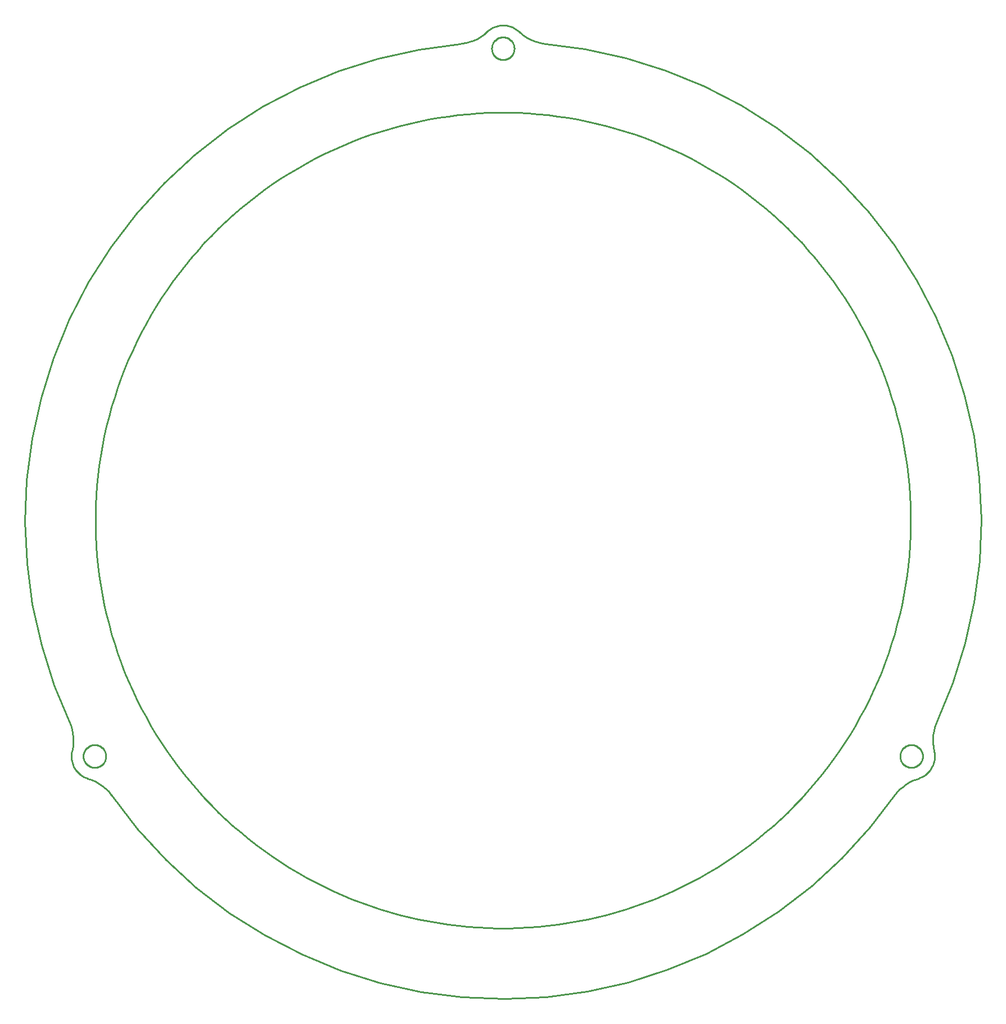
<source format=gbr>
G04 EAGLE Gerber RS-274X export*
G75*
%MOMM*%
%FSLAX34Y34*%
%LPD*%
%IN*%
%IPPOS*%
%AMOC8*
5,1,8,0,0,1.08239X$1,22.5*%
G01*
%ADD10C,0.254000*%


D10*
X-653291Y-302673D02*
X-651039Y-308350D01*
X-649290Y-314202D01*
X-648058Y-320184D01*
X-647352Y-326250D01*
X-647177Y-332355D01*
X-647535Y-338452D01*
X-648423Y-344495D01*
X-648975Y-347101D01*
X-649534Y-350102D01*
X-649829Y-353141D01*
X-649858Y-356195D01*
X-649621Y-359239D01*
X-649119Y-362250D01*
X-648357Y-365207D01*
X-647340Y-368086D01*
X-646076Y-370865D01*
X-644575Y-373524D01*
X-642847Y-376042D01*
X-640907Y-378399D01*
X-638769Y-380579D01*
X-636448Y-382563D01*
X-633964Y-384338D01*
X-631334Y-385890D01*
X-628580Y-387207D01*
X-625720Y-388278D01*
X-625086Y-388479D01*
X-619327Y-390513D01*
X-613767Y-393042D01*
X-608450Y-396045D01*
X-603414Y-399501D01*
X-598698Y-403383D01*
X-594339Y-407660D01*
X-590369Y-412302D01*
X-588768Y-414430D01*
X-550409Y-464168D01*
X-507862Y-510373D01*
X-461450Y-552694D01*
X-411525Y-590809D01*
X-358469Y-624427D01*
X-302684Y-653294D01*
X-244596Y-677189D01*
X-184646Y-695930D01*
X-123292Y-709375D01*
X-60998Y-717421D01*
X1759Y-720007D01*
X64503Y-717114D01*
X126757Y-708764D01*
X188045Y-695019D01*
X247902Y-675985D01*
X305873Y-651807D01*
X361516Y-622668D01*
X414407Y-588791D01*
X464145Y-550432D01*
X510350Y-507885D01*
X552671Y-461472D01*
X588768Y-414430D01*
X592558Y-409641D01*
X596752Y-405201D01*
X601316Y-401143D01*
X606217Y-397498D01*
X611417Y-394294D01*
X616876Y-391556D01*
X622553Y-389304D01*
X625086Y-388479D01*
X627964Y-387462D01*
X630744Y-386198D01*
X633402Y-384696D01*
X635920Y-382969D01*
X638278Y-381028D01*
X640457Y-378890D01*
X642442Y-376570D01*
X644217Y-374086D01*
X645769Y-371456D01*
X647085Y-368701D01*
X648157Y-365842D01*
X648975Y-362900D01*
X649534Y-359899D01*
X649829Y-356860D01*
X649858Y-353807D01*
X649621Y-350763D01*
X649119Y-347751D01*
X648975Y-347101D01*
X647858Y-341096D01*
X647268Y-335017D01*
X647210Y-328910D01*
X647685Y-322821D01*
X648689Y-316797D01*
X650214Y-310883D01*
X652248Y-305124D01*
X653291Y-302673D01*
X677186Y-244585D01*
X695927Y-184635D01*
X709372Y-123280D01*
X717418Y-60987D01*
X720004Y1771D01*
X717111Y64515D01*
X708761Y126768D01*
X695016Y188056D01*
X675982Y247914D01*
X651804Y305885D01*
X622665Y361527D01*
X588788Y414419D01*
X550429Y464156D01*
X507882Y510361D01*
X461469Y552683D01*
X411545Y590797D01*
X358489Y624416D01*
X302704Y653283D01*
X244616Y677177D01*
X184666Y695919D01*
X123311Y709363D01*
X64523Y717103D01*
X58481Y717991D01*
X52538Y719403D01*
X46742Y721326D01*
X41135Y723748D01*
X35761Y726649D01*
X30659Y730008D01*
X25870Y733799D01*
X23890Y735579D01*
X21569Y737564D01*
X19085Y739339D01*
X16455Y740891D01*
X13701Y742207D01*
X10841Y743279D01*
X7900Y744097D01*
X4898Y744656D01*
X1859Y744951D01*
X-1194Y744980D01*
X-4238Y744743D01*
X-7250Y744241D01*
X-10207Y743479D01*
X-13085Y742462D01*
X-15865Y741198D01*
X-18523Y739697D01*
X-21041Y737969D01*
X-23399Y736029D01*
X-23890Y735579D01*
X-28531Y731609D01*
X-33500Y728059D01*
X-38761Y724955D01*
X-44271Y722322D01*
X-49990Y720179D01*
X-55875Y718543D01*
X-61879Y717425D01*
X-64523Y717103D01*
X-126776Y708752D01*
X-188065Y695008D01*
X-247922Y675974D01*
X-305893Y651796D01*
X-361536Y622657D01*
X-414427Y588779D01*
X-464165Y550421D01*
X-510370Y507873D01*
X-552691Y461461D01*
X-590806Y411537D01*
X-624424Y358480D01*
X-653291Y302696D01*
X-677186Y244607D01*
X-695927Y184658D01*
X-709372Y123303D01*
X-717418Y61010D01*
X-720004Y-1748D01*
X-717111Y-64492D01*
X-708761Y-126745D01*
X-695016Y-188034D01*
X-675982Y-247891D01*
X-653291Y-302673D01*
X613636Y-7531D02*
X613636Y7531D01*
X613267Y22588D01*
X612528Y37631D01*
X611420Y52652D01*
X609943Y67641D01*
X608100Y82590D01*
X605890Y97488D01*
X603315Y112328D01*
X600376Y127101D01*
X597076Y141796D01*
X593417Y156407D01*
X589400Y170923D01*
X585027Y185336D01*
X580303Y199637D01*
X575229Y213819D01*
X569808Y227871D01*
X564044Y241786D01*
X557941Y255556D01*
X551501Y269171D01*
X544729Y282625D01*
X537629Y295908D01*
X530205Y309013D01*
X522462Y321932D01*
X514404Y334656D01*
X506036Y347180D01*
X497364Y359494D01*
X488391Y371592D01*
X479125Y383465D01*
X469570Y395108D01*
X459732Y406513D01*
X449617Y417673D01*
X439232Y428581D01*
X428581Y439232D01*
X417673Y449617D01*
X406513Y459732D01*
X395108Y469570D01*
X383465Y479125D01*
X371592Y488391D01*
X359494Y497364D01*
X347180Y506036D01*
X334656Y514404D01*
X321932Y522462D01*
X309013Y530205D01*
X295908Y537629D01*
X282625Y544729D01*
X269171Y551501D01*
X255556Y557941D01*
X241786Y564044D01*
X227871Y569808D01*
X213819Y575229D01*
X199637Y580303D01*
X185336Y585027D01*
X170923Y589400D01*
X156407Y593417D01*
X141796Y597076D01*
X127101Y600376D01*
X112328Y603315D01*
X97488Y605890D01*
X82590Y608100D01*
X67641Y609943D01*
X52652Y611420D01*
X37631Y612528D01*
X22588Y613267D01*
X7531Y613636D01*
X-7531Y613636D01*
X-22588Y613267D01*
X-37631Y612528D01*
X-52652Y611420D01*
X-67641Y609943D01*
X-82590Y608100D01*
X-97488Y605890D01*
X-112328Y603315D01*
X-127101Y600376D01*
X-141796Y597076D01*
X-156407Y593417D01*
X-170923Y589400D01*
X-185336Y585027D01*
X-199637Y580303D01*
X-213819Y575229D01*
X-227871Y569808D01*
X-241786Y564044D01*
X-255556Y557941D01*
X-269171Y551501D01*
X-282625Y544729D01*
X-295908Y537629D01*
X-309013Y530205D01*
X-321932Y522462D01*
X-334656Y514404D01*
X-347180Y506036D01*
X-359494Y497364D01*
X-371592Y488391D01*
X-383465Y479125D01*
X-395108Y469570D01*
X-406513Y459732D01*
X-417673Y449617D01*
X-428581Y439232D01*
X-439232Y428581D01*
X-449617Y417673D01*
X-459732Y406513D01*
X-469570Y395108D01*
X-479125Y383465D01*
X-488391Y371592D01*
X-497364Y359494D01*
X-506036Y347180D01*
X-514404Y334656D01*
X-522462Y321932D01*
X-530205Y309013D01*
X-537629Y295908D01*
X-544729Y282625D01*
X-551501Y269171D01*
X-557941Y255556D01*
X-564044Y241786D01*
X-569808Y227871D01*
X-575229Y213819D01*
X-580303Y199637D01*
X-585027Y185336D01*
X-589400Y170923D01*
X-593417Y156407D01*
X-597076Y141796D01*
X-600376Y127101D01*
X-603315Y112328D01*
X-605890Y97488D01*
X-608100Y82590D01*
X-609943Y67641D01*
X-611420Y52652D01*
X-612528Y37631D01*
X-613267Y22588D01*
X-613636Y7531D01*
X-613636Y-7531D01*
X-613267Y-22588D01*
X-612528Y-37631D01*
X-611420Y-52652D01*
X-609943Y-67641D01*
X-608100Y-82590D01*
X-605890Y-97488D01*
X-603315Y-112328D01*
X-600376Y-127101D01*
X-597076Y-141796D01*
X-593417Y-156407D01*
X-589400Y-170923D01*
X-585027Y-185336D01*
X-580303Y-199637D01*
X-575229Y-213819D01*
X-569808Y-227871D01*
X-564044Y-241786D01*
X-557941Y-255556D01*
X-551501Y-269171D01*
X-544729Y-282625D01*
X-537629Y-295908D01*
X-530205Y-309013D01*
X-522462Y-321932D01*
X-514404Y-334656D01*
X-506036Y-347180D01*
X-497364Y-359494D01*
X-488391Y-371592D01*
X-479125Y-383465D01*
X-469570Y-395108D01*
X-459732Y-406513D01*
X-449617Y-417673D01*
X-439232Y-428581D01*
X-428581Y-439232D01*
X-417673Y-449617D01*
X-406513Y-459732D01*
X-395108Y-469570D01*
X-383465Y-479125D01*
X-371592Y-488391D01*
X-359494Y-497364D01*
X-347180Y-506036D01*
X-334656Y-514404D01*
X-321932Y-522462D01*
X-309013Y-530205D01*
X-295908Y-537629D01*
X-282625Y-544729D01*
X-269171Y-551501D01*
X-255556Y-557941D01*
X-241786Y-564044D01*
X-227871Y-569808D01*
X-213819Y-575229D01*
X-199637Y-580303D01*
X-185336Y-585027D01*
X-170923Y-589400D01*
X-156407Y-593417D01*
X-141796Y-597076D01*
X-127101Y-600376D01*
X-112328Y-603315D01*
X-97488Y-605890D01*
X-82590Y-608100D01*
X-67641Y-609943D01*
X-52652Y-611420D01*
X-37631Y-612528D01*
X-22588Y-613267D01*
X-7531Y-613636D01*
X7531Y-613636D01*
X22588Y-613267D01*
X37631Y-612528D01*
X52652Y-611420D01*
X67641Y-609943D01*
X82590Y-608100D01*
X97488Y-605890D01*
X112328Y-603315D01*
X127101Y-600376D01*
X141796Y-597076D01*
X156407Y-593417D01*
X170923Y-589400D01*
X185336Y-585027D01*
X199637Y-580303D01*
X213819Y-575229D01*
X227871Y-569808D01*
X241786Y-564044D01*
X255556Y-557941D01*
X269171Y-551501D01*
X282625Y-544729D01*
X295908Y-537629D01*
X309013Y-530205D01*
X321932Y-522462D01*
X334656Y-514404D01*
X347180Y-506036D01*
X359494Y-497364D01*
X371592Y-488391D01*
X383465Y-479125D01*
X395108Y-469570D01*
X406513Y-459732D01*
X417673Y-449617D01*
X428581Y-439232D01*
X439232Y-428581D01*
X449617Y-417673D01*
X459732Y-406513D01*
X469570Y-395108D01*
X479125Y-383465D01*
X488391Y-371592D01*
X497364Y-359494D01*
X506036Y-347180D01*
X514404Y-334656D01*
X522462Y-321932D01*
X530205Y-309013D01*
X537629Y-295908D01*
X544729Y-282625D01*
X551501Y-269171D01*
X557941Y-255556D01*
X564044Y-241786D01*
X569808Y-227871D01*
X575229Y-213819D01*
X580303Y-199637D01*
X585027Y-185336D01*
X589400Y-170923D01*
X593417Y-156407D01*
X597076Y-141796D01*
X600376Y-127101D01*
X603315Y-112328D01*
X605890Y-97488D01*
X608100Y-82590D01*
X609943Y-67641D01*
X611420Y-52652D01*
X612528Y-37631D01*
X613267Y-22588D01*
X613636Y-7531D01*
X631878Y-355557D02*
X631878Y-354443D01*
X631805Y-353333D01*
X631660Y-352229D01*
X631443Y-351138D01*
X631155Y-350063D01*
X630797Y-349009D01*
X630371Y-347980D01*
X629879Y-346982D01*
X629322Y-346018D01*
X628704Y-345093D01*
X628026Y-344210D01*
X627292Y-343373D01*
X626505Y-342586D01*
X625668Y-341852D01*
X624785Y-341174D01*
X623860Y-340556D01*
X622896Y-339999D01*
X621898Y-339507D01*
X620869Y-339081D01*
X619815Y-338723D01*
X618740Y-338435D01*
X617649Y-338218D01*
X616545Y-338073D01*
X615435Y-338000D01*
X614321Y-338000D01*
X613211Y-338073D01*
X612107Y-338218D01*
X611016Y-338435D01*
X609941Y-338723D01*
X608887Y-339081D01*
X607858Y-339507D01*
X606860Y-339999D01*
X605896Y-340556D01*
X604971Y-341174D01*
X604088Y-341852D01*
X603251Y-342586D01*
X602464Y-343373D01*
X601730Y-344210D01*
X601052Y-345093D01*
X600434Y-346018D01*
X599877Y-346982D01*
X599385Y-347980D01*
X598959Y-349009D01*
X598601Y-350063D01*
X598313Y-351138D01*
X598096Y-352229D01*
X597951Y-353333D01*
X597878Y-354443D01*
X597878Y-355557D01*
X597951Y-356667D01*
X598096Y-357771D01*
X598313Y-358862D01*
X598601Y-359937D01*
X598959Y-360991D01*
X599385Y-362020D01*
X599877Y-363018D01*
X600434Y-363982D01*
X601052Y-364907D01*
X601730Y-365790D01*
X602464Y-366627D01*
X603251Y-367414D01*
X604088Y-368148D01*
X604971Y-368826D01*
X605896Y-369444D01*
X606860Y-370001D01*
X607858Y-370493D01*
X608887Y-370919D01*
X609941Y-371277D01*
X611016Y-371565D01*
X612107Y-371782D01*
X613211Y-371927D01*
X614321Y-372000D01*
X615435Y-372000D01*
X616545Y-371927D01*
X617649Y-371782D01*
X618740Y-371565D01*
X619815Y-371277D01*
X620869Y-370919D01*
X621898Y-370493D01*
X622896Y-370001D01*
X623860Y-369444D01*
X624785Y-368826D01*
X625668Y-368148D01*
X626505Y-367414D01*
X627292Y-366627D01*
X628026Y-365790D01*
X628704Y-364907D01*
X629322Y-363982D01*
X629879Y-363018D01*
X630371Y-362020D01*
X630797Y-360991D01*
X631155Y-359937D01*
X631443Y-358862D01*
X631660Y-357771D01*
X631805Y-356667D01*
X631878Y-355557D01*
X-597878Y-355557D02*
X-597878Y-354443D01*
X-597951Y-353333D01*
X-598096Y-352229D01*
X-598313Y-351138D01*
X-598601Y-350063D01*
X-598959Y-349009D01*
X-599385Y-347980D01*
X-599877Y-346982D01*
X-600434Y-346018D01*
X-601052Y-345093D01*
X-601730Y-344210D01*
X-602464Y-343373D01*
X-603251Y-342586D01*
X-604088Y-341852D01*
X-604971Y-341174D01*
X-605896Y-340556D01*
X-606860Y-339999D01*
X-607858Y-339507D01*
X-608887Y-339081D01*
X-609941Y-338723D01*
X-611016Y-338435D01*
X-612107Y-338218D01*
X-613211Y-338073D01*
X-614321Y-338000D01*
X-615435Y-338000D01*
X-616545Y-338073D01*
X-617649Y-338218D01*
X-618740Y-338435D01*
X-619815Y-338723D01*
X-620869Y-339081D01*
X-621898Y-339507D01*
X-622896Y-339999D01*
X-623860Y-340556D01*
X-624785Y-341174D01*
X-625668Y-341852D01*
X-626505Y-342586D01*
X-627292Y-343373D01*
X-628026Y-344210D01*
X-628704Y-345093D01*
X-629322Y-346018D01*
X-629879Y-346982D01*
X-630371Y-347980D01*
X-630797Y-349009D01*
X-631155Y-350063D01*
X-631443Y-351138D01*
X-631660Y-352229D01*
X-631805Y-353333D01*
X-631878Y-354443D01*
X-631878Y-355557D01*
X-631805Y-356667D01*
X-631660Y-357771D01*
X-631443Y-358862D01*
X-631155Y-359937D01*
X-630797Y-360991D01*
X-630371Y-362020D01*
X-629879Y-363018D01*
X-629322Y-363982D01*
X-628704Y-364907D01*
X-628026Y-365790D01*
X-627292Y-366627D01*
X-626505Y-367414D01*
X-625668Y-368148D01*
X-624785Y-368826D01*
X-623860Y-369444D01*
X-622896Y-370001D01*
X-621898Y-370493D01*
X-620869Y-370919D01*
X-619815Y-371277D01*
X-618740Y-371565D01*
X-617649Y-371782D01*
X-616545Y-371927D01*
X-615435Y-372000D01*
X-614321Y-372000D01*
X-613211Y-371927D01*
X-612107Y-371782D01*
X-611016Y-371565D01*
X-609941Y-371277D01*
X-608887Y-370919D01*
X-607858Y-370493D01*
X-606860Y-370001D01*
X-605896Y-369444D01*
X-604971Y-368826D01*
X-604088Y-368148D01*
X-603251Y-367414D01*
X-602464Y-366627D01*
X-601730Y-365790D01*
X-601052Y-364907D01*
X-600434Y-363982D01*
X-599877Y-363018D01*
X-599385Y-362020D01*
X-598959Y-360991D01*
X-598601Y-359937D01*
X-598313Y-358862D01*
X-598096Y-357771D01*
X-597951Y-356667D01*
X-597878Y-355557D01*
X17000Y709443D02*
X17000Y710557D01*
X16927Y711667D01*
X16782Y712771D01*
X16565Y713862D01*
X16277Y714937D01*
X15919Y715991D01*
X15493Y717020D01*
X15001Y718018D01*
X14444Y718982D01*
X13826Y719907D01*
X13148Y720790D01*
X12414Y721627D01*
X11627Y722414D01*
X10790Y723148D01*
X9907Y723826D01*
X8982Y724444D01*
X8018Y725001D01*
X7020Y725493D01*
X5991Y725919D01*
X4937Y726277D01*
X3862Y726565D01*
X2771Y726782D01*
X1667Y726927D01*
X557Y727000D01*
X-557Y727000D01*
X-1667Y726927D01*
X-2771Y726782D01*
X-3862Y726565D01*
X-4937Y726277D01*
X-5991Y725919D01*
X-7020Y725493D01*
X-8018Y725001D01*
X-8982Y724444D01*
X-9907Y723826D01*
X-10790Y723148D01*
X-11627Y722414D01*
X-12414Y721627D01*
X-13148Y720790D01*
X-13826Y719907D01*
X-14444Y718982D01*
X-15001Y718018D01*
X-15493Y717020D01*
X-15919Y715991D01*
X-16277Y714937D01*
X-16565Y713862D01*
X-16782Y712771D01*
X-16927Y711667D01*
X-17000Y710557D01*
X-17000Y709443D01*
X-16927Y708333D01*
X-16782Y707229D01*
X-16565Y706138D01*
X-16277Y705063D01*
X-15919Y704009D01*
X-15493Y702980D01*
X-15001Y701982D01*
X-14444Y701018D01*
X-13826Y700093D01*
X-13148Y699210D01*
X-12414Y698373D01*
X-11627Y697586D01*
X-10790Y696852D01*
X-9907Y696174D01*
X-8982Y695556D01*
X-8018Y694999D01*
X-7020Y694507D01*
X-5991Y694081D01*
X-4937Y693723D01*
X-3862Y693435D01*
X-2771Y693218D01*
X-1667Y693073D01*
X-557Y693000D01*
X557Y693000D01*
X1667Y693073D01*
X2771Y693218D01*
X3862Y693435D01*
X4937Y693723D01*
X5991Y694081D01*
X7020Y694507D01*
X8018Y694999D01*
X8982Y695556D01*
X9907Y696174D01*
X10790Y696852D01*
X11627Y697586D01*
X12414Y698373D01*
X13148Y699210D01*
X13826Y700093D01*
X14444Y701018D01*
X15001Y701982D01*
X15493Y702980D01*
X15919Y704009D01*
X16277Y705063D01*
X16565Y706138D01*
X16782Y707229D01*
X16927Y708333D01*
X17000Y709443D01*
M02*

</source>
